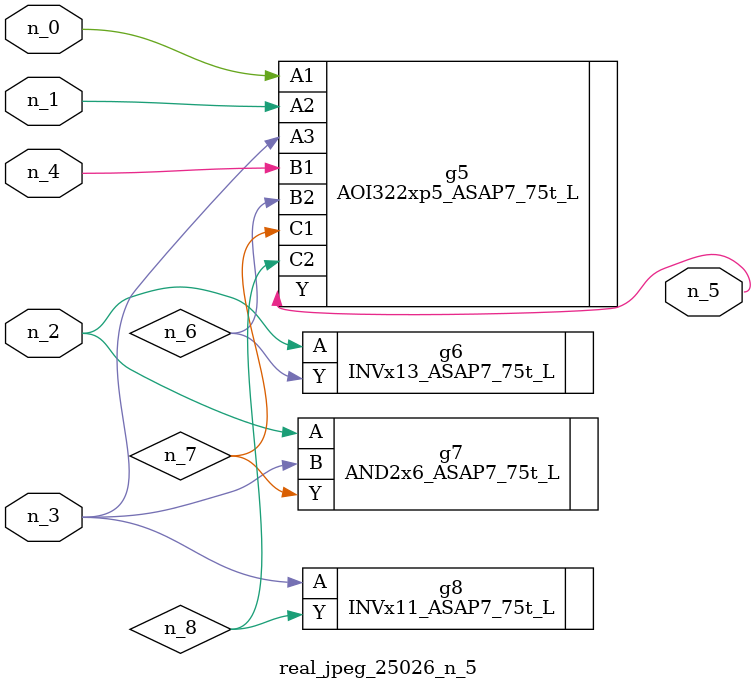
<source format=v>
module real_jpeg_25026_n_5 (n_4, n_0, n_1, n_2, n_3, n_5);

input n_4;
input n_0;
input n_1;
input n_2;
input n_3;

output n_5;

wire n_8;
wire n_6;
wire n_7;

AOI322xp5_ASAP7_75t_L g5 ( 
.A1(n_0),
.A2(n_1),
.A3(n_3),
.B1(n_4),
.B2(n_6),
.C1(n_7),
.C2(n_8),
.Y(n_5)
);

INVx13_ASAP7_75t_L g6 ( 
.A(n_2),
.Y(n_6)
);

AND2x6_ASAP7_75t_L g7 ( 
.A(n_2),
.B(n_3),
.Y(n_7)
);

INVx11_ASAP7_75t_L g8 ( 
.A(n_3),
.Y(n_8)
);


endmodule
</source>
